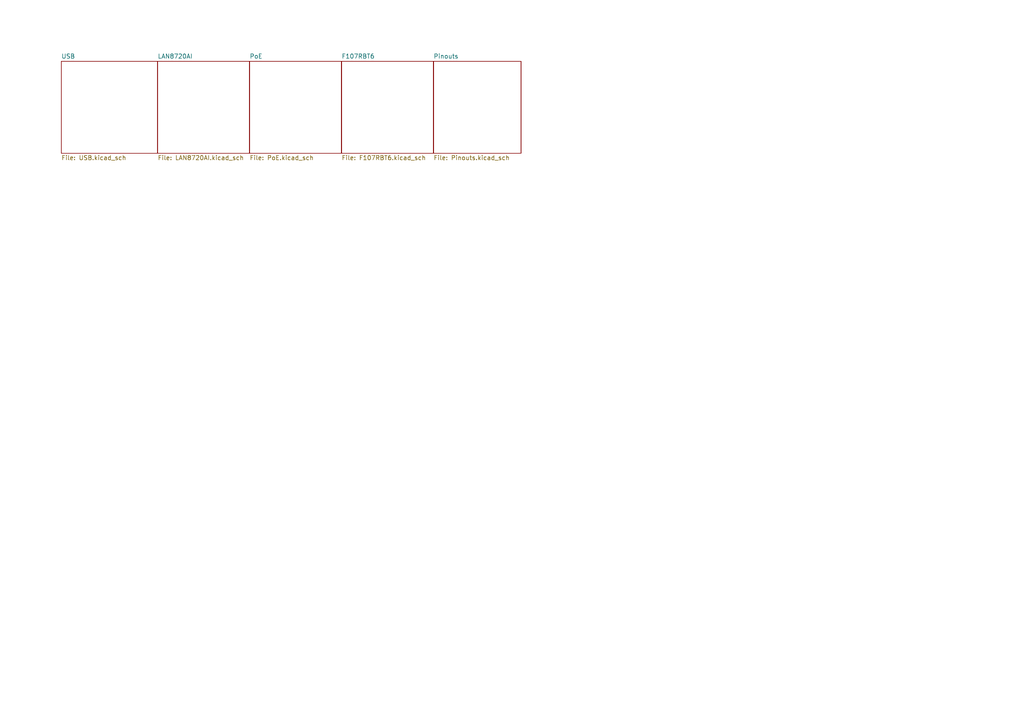
<source format=kicad_sch>
(kicad_sch
	(version 20231120)
	(generator "eeschema")
	(generator_version "8.0")
	(uuid "99d13c9e-77c4-4737-9e9f-7cb0035a728f")
	(paper "A4")
	(lib_symbols)
	(sheet
		(at 45.72 17.78)
		(size 26.67 26.67)
		(fields_autoplaced yes)
		(stroke
			(width 0.1524)
			(type solid)
		)
		(fill
			(color 0 0 0 0.0000)
		)
		(uuid "458fbd97-cc69-418f-9cfe-96fa79d6b31d")
		(property "Sheetname" "LAN8720AI"
			(at 45.72 17.0684 0)
			(effects
				(font
					(size 1.27 1.27)
				)
				(justify left bottom)
			)
		)
		(property "Sheetfile" "LAN8720AI.kicad_sch"
			(at 45.72 45.0346 0)
			(effects
				(font
					(size 1.27 1.27)
				)
				(justify left top)
			)
		)
		(instances
			(project "STM32F107RBT6"
				(path "/99d13c9e-77c4-4737-9e9f-7cb0035a728f"
					(page "3")
				)
			)
		)
	)
	(sheet
		(at 99.06 17.78)
		(size 26.67 26.67)
		(fields_autoplaced yes)
		(stroke
			(width 0.1524)
			(type solid)
		)
		(fill
			(color 0 0 0 0.0000)
		)
		(uuid "57c698bb-472b-4bc7-8c5d-8770dc908d09")
		(property "Sheetname" "F107RBT6"
			(at 99.06 17.0684 0)
			(effects
				(font
					(size 1.27 1.27)
				)
				(justify left bottom)
			)
		)
		(property "Sheetfile" "F107RBT6.kicad_sch"
			(at 99.06 45.0346 0)
			(effects
				(font
					(size 1.27 1.27)
				)
				(justify left top)
			)
		)
		(instances
			(project "STM32F107RBT6"
				(path "/99d13c9e-77c4-4737-9e9f-7cb0035a728f"
					(page "5")
				)
			)
		)
	)
	(sheet
		(at 17.78 17.78)
		(size 27.94 26.67)
		(fields_autoplaced yes)
		(stroke
			(width 0.1524)
			(type solid)
		)
		(fill
			(color 0 0 0 0.0000)
		)
		(uuid "7b73686a-48ab-40f6-b0d0-cb5999735238")
		(property "Sheetname" "USB"
			(at 17.78 17.0684 0)
			(effects
				(font
					(size 1.27 1.27)
				)
				(justify left bottom)
			)
		)
		(property "Sheetfile" "USB.kicad_sch"
			(at 17.78 45.0346 0)
			(effects
				(font
					(size 1.27 1.27)
				)
				(justify left top)
			)
		)
		(instances
			(project "STM32F107RBT6"
				(path "/99d13c9e-77c4-4737-9e9f-7cb0035a728f"
					(page "2")
				)
			)
		)
	)
	(sheet
		(at 125.73 17.78)
		(size 25.4 26.67)
		(fields_autoplaced yes)
		(stroke
			(width 0.1524)
			(type solid)
		)
		(fill
			(color 0 0 0 0.0000)
		)
		(uuid "daef845f-bb83-421b-b36a-a8bf779322f9")
		(property "Sheetname" "Pinouts"
			(at 125.73 17.0684 0)
			(effects
				(font
					(size 1.27 1.27)
				)
				(justify left bottom)
			)
		)
		(property "Sheetfile" "Pinouts.kicad_sch"
			(at 125.73 45.0346 0)
			(effects
				(font
					(size 1.27 1.27)
				)
				(justify left top)
			)
		)
		(instances
			(project "STM32F107RBT6"
				(path "/99d13c9e-77c4-4737-9e9f-7cb0035a728f"
					(page "6")
				)
			)
		)
	)
	(sheet
		(at 72.39 17.78)
		(size 26.67 26.67)
		(fields_autoplaced yes)
		(stroke
			(width 0.1524)
			(type solid)
		)
		(fill
			(color 0 0 0 0.0000)
		)
		(uuid "f221e7f2-4c65-4864-8533-a9149d33d00d")
		(property "Sheetname" "PoE"
			(at 72.39 17.0684 0)
			(effects
				(font
					(size 1.27 1.27)
				)
				(justify left bottom)
			)
		)
		(property "Sheetfile" "PoE.kicad_sch"
			(at 72.39 45.0346 0)
			(effects
				(font
					(size 1.27 1.27)
				)
				(justify left top)
			)
		)
		(instances
			(project "STM32F107RBT6"
				(path "/99d13c9e-77c4-4737-9e9f-7cb0035a728f"
					(page "4")
				)
			)
		)
	)
	(sheet_instances
		(path "/"
			(page "1")
		)
	)
)

</source>
